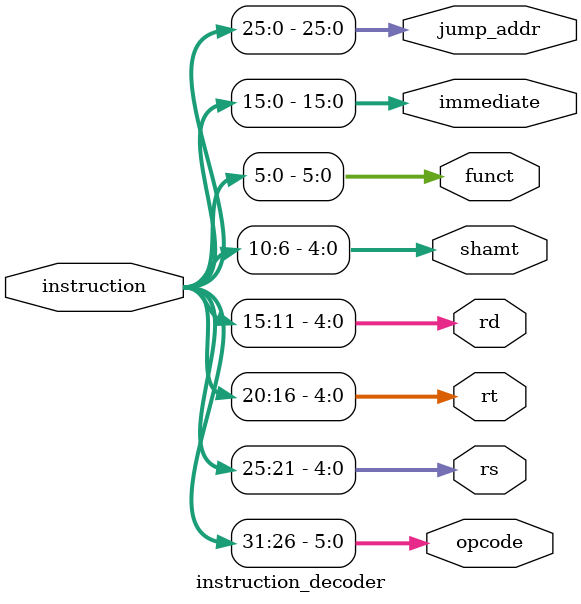
<source format=v>
module instruction_decoder (
    input [31:0] instruction,
    output [5:0] opcode,
    output [4:0] rs,
    output [4:0] rt,
    output [4:0] rd,
    output [4:0] shamt,
    output [5:0] funct,
    output [15:0] immediate,
    output [25:0] jump_addr
);

// Extract all instruction fields
assign opcode = instruction[31:26];
assign rs = instruction[25:21];
assign rt = instruction[20:16];
assign rd = instruction[15:11];
assign shamt = instruction[10:6];
assign funct = instruction[5:0];
assign immediate = instruction[15:0];
assign jump_addr = instruction[25:0];

endmodule
</source>
